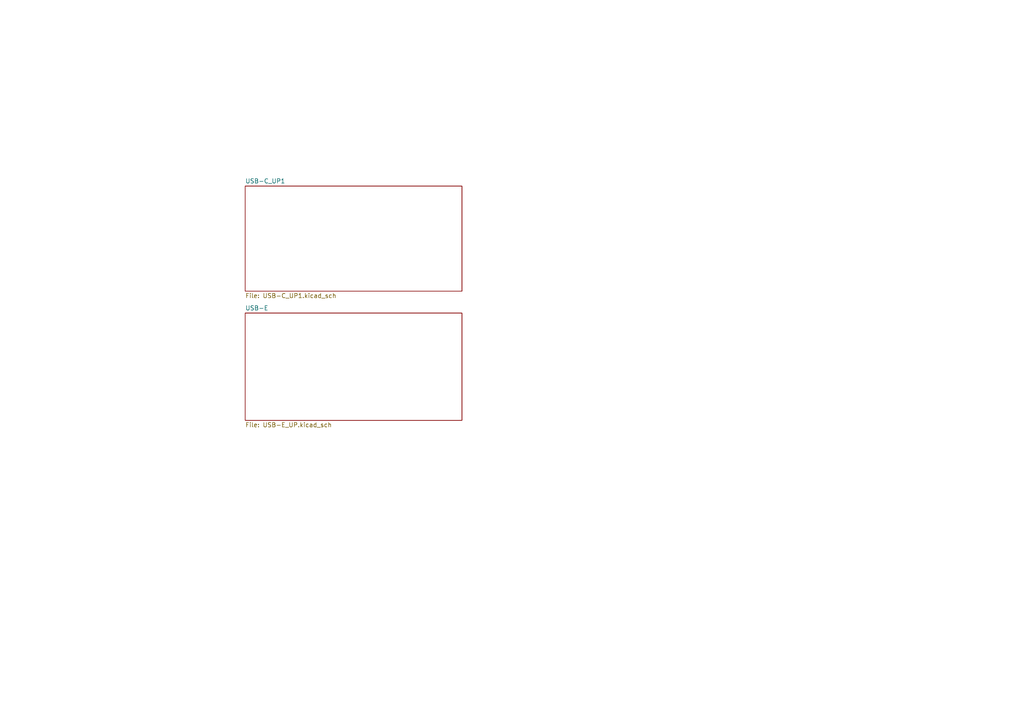
<source format=kicad_sch>
(kicad_sch
	(version 20250114)
	(generator "eeschema")
	(generator_version "9.0")
	(uuid "96fbcd28-53ec-46b7-876a-b5d107cc8d83")
	(paper "A4")
	(lib_symbols)
	(sheet
		(at 71.12 90.805)
		(size 62.865 31.115)
		(exclude_from_sim no)
		(in_bom yes)
		(on_board yes)
		(dnp no)
		(fields_autoplaced yes)
		(stroke
			(width 0.1524)
			(type solid)
		)
		(fill
			(color 0 0 0 0.0000)
		)
		(uuid "3d560599-5a8a-4cf0-a02e-a2ff6ae66be7")
		(property "Sheetname" "USB-E"
			(at 71.12 90.0934 0)
			(effects
				(font
					(size 1.27 1.27)
				)
				(justify left bottom)
			)
		)
		(property "Sheetfile" "USB-E_UP.kicad_sch"
			(at 71.12 122.5046 0)
			(effects
				(font
					(size 1.27 1.27)
				)
				(justify left top)
			)
		)
		(instances
			(project "USB_hub"
				(path "/a2586c28-95f1-49e6-9254-37d7a8473e53/7fe2d266-53fd-4db0-a3a6-d5a75d461820"
					(page "10")
				)
			)
		)
	)
	(sheet
		(at 71.12 53.975)
		(size 62.865 30.48)
		(exclude_from_sim no)
		(in_bom yes)
		(on_board yes)
		(dnp no)
		(fields_autoplaced yes)
		(stroke
			(width 0.1524)
			(type solid)
		)
		(fill
			(color 0 0 0 0.0000)
		)
		(uuid "e4bf2cb2-ae79-4a20-a894-cdf581aefbac")
		(property "Sheetname" "USB-C_UP1"
			(at 71.12 53.2634 0)
			(effects
				(font
					(size 1.27 1.27)
				)
				(justify left bottom)
			)
		)
		(property "Sheetfile" "USB-C_UP1.kicad_sch"
			(at 71.12 85.0396 0)
			(effects
				(font
					(size 1.27 1.27)
				)
				(justify left top)
			)
		)
		(instances
			(project "USB_hub"
				(path "/a2586c28-95f1-49e6-9254-37d7a8473e53/7fe2d266-53fd-4db0-a3a6-d5a75d461820"
					(page "10")
				)
			)
		)
	)
)

</source>
